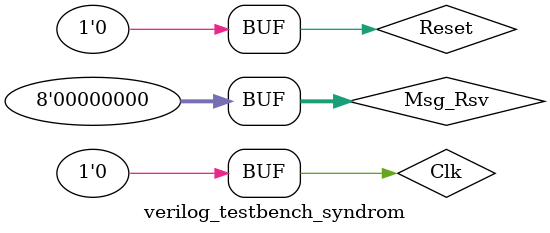
<source format=v>
`timescale 1ns / 1ps


module verilog_testbench_syndrom;

	// Inputs
	reg Clk;
	reg Reset;
	reg [7:0] Msg_Rsv;

	// Outputs
	wire [7:0] S1;
	wire [7:0] S2;
	wire [7:0] S3;
	wire [7:0] S4;
	wire [7:0] S5;
	wire [7:0] S6;
	wire [7:0] S7;
	wire [7:0] S8;
	wire [7:0] S9;
	wire [7:0] S10;
	wire [7:0] S11;
	wire [7:0] S12;
	wire [7:0] S13;
	wire [7:0] S14;
	wire [7:0] S15;
	wire [7:0] S16;

	// Instantiate the Unit Under Test (UUT)
	Syndrom uut (
		.Clk(Clk), 
		.Reset(Reset), 
		.Msg_Rsv(Msg_Rsv), 
		.S1(S1), 
		.S2(S2), 
		.S3(S3), 
		.S4(S4), 
		.S5(S5), 
		.S6(S6), 
		.S7(S7), 
		.S8(S8), 
		.S9(S9), 
		.S10(S10), 
		.S11(S11), 
		.S12(S12), 
		.S13(S13), 
		.S14(S14), 
		.S15(S15), 
		.S16(S16)
	);

	initial begin
		// Initialize Inputs
		Clk = 0;
		Reset = 0;
		Msg_Rsv = 0;

		// Wait 100 ns for global reset to finish
		#100;
        
		// Add stimulus here

	end
      
endmodule


</source>
